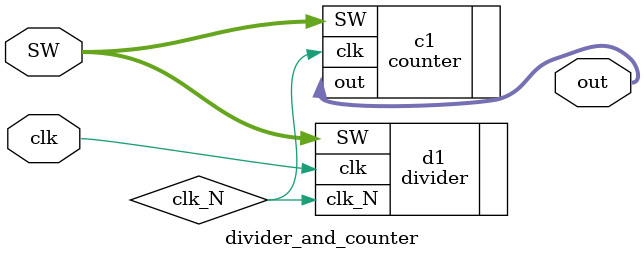
<source format=v>
`timescale 1ns / 1ps


module divider_and_counter(clk, out, SW);
    input clk;
    input [2:0] SW;
    output [2:0] out;
    wire clk_N;
    
    divider d1(.clk(clk), .clk_N(clk_N), .SW(SW));
    counter c1(.clk(clk_N), .out(out[2:0]), .SW(SW));
endmodule

</source>
